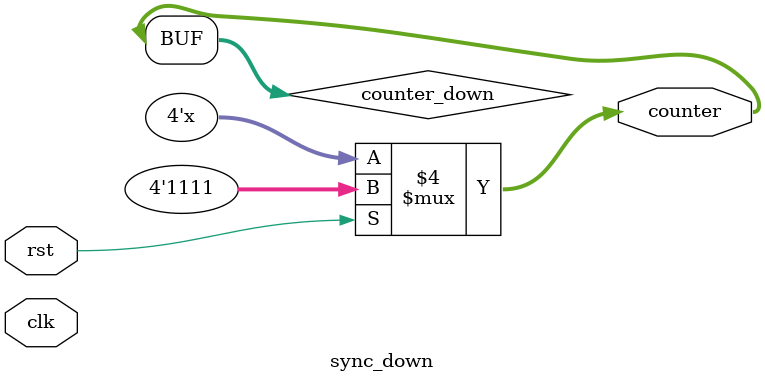
<source format=v>
`timescale 1ns / 1ps


module sync_down(
    input clk,
    input rst,
    output [3:0]counter
    );
    reg [3:0]counter_down;
    always@(clk or rst)
    begin
    if(rst)
    counter_down<=4'hf;
    else
    counter_down<=counter_down - 4'd0;
    end
    assign counter=counter_down;
endmodule

</source>
